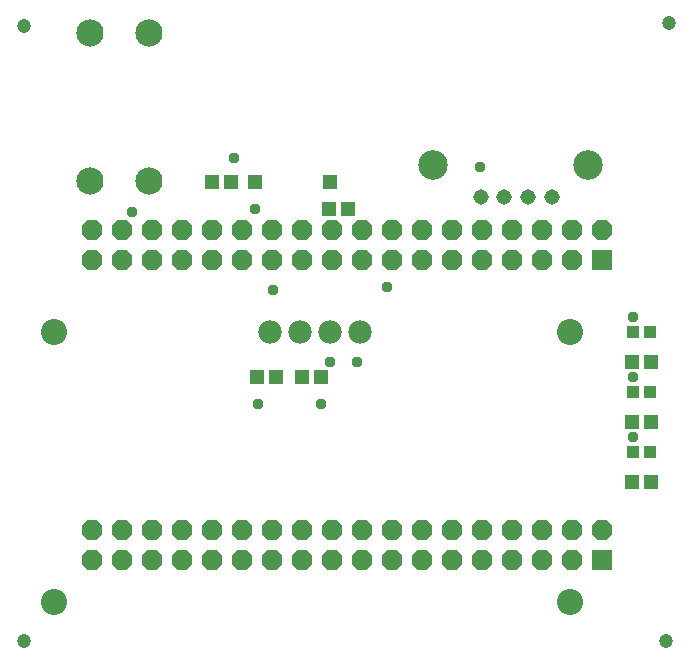
<source format=gbr>
G04 EAGLE Gerber RS-274X export*
G75*
%MOMM*%
%FSLAX34Y34*%
%LPD*%
%INSoldermask Top*%
%IPPOS*%
%AMOC8*
5,1,8,0,0,1.08239X$1,22.5*%
G01*
%ADD10C,1.203200*%
%ADD11C,1.981200*%
%ADD12C,2.203200*%
%ADD13C,2.303200*%
%ADD14R,1.003200X1.003200*%
%ADD15R,1.153159X1.234441*%
%ADD16R,1.727200X1.727200*%
%ADD17P,1.869504X8X202.500000*%
%ADD18C,1.311200*%
%ADD19C,2.503200*%
%ADD20R,1.311200X1.311200*%
%ADD21C,0.959600*%


D10*
X-1348740Y-2204720D03*
X-802640Y-2202180D03*
X-1348740Y-2725420D03*
X-805180Y-2725420D03*
D11*
X-1089660Y-2463800D03*
X-1140460Y-2463800D03*
X-1115060Y-2463800D03*
X-1064260Y-2463800D03*
D12*
X-1323340Y-2692400D03*
X-886460Y-2692400D03*
X-1323340Y-2463800D03*
X-886460Y-2463800D03*
D13*
X-1292460Y-2335800D03*
X-1242460Y-2335800D03*
X-1292460Y-2210800D03*
X-1242460Y-2210800D03*
D14*
X-833000Y-2565400D03*
X-818000Y-2565400D03*
D15*
X-1074039Y-2359660D03*
X-1090041Y-2359660D03*
D14*
X-833000Y-2463800D03*
X-818000Y-2463800D03*
X-833000Y-2514600D03*
X-818000Y-2514600D03*
D15*
X-833501Y-2489200D03*
X-817499Y-2489200D03*
X-833501Y-2540000D03*
X-817499Y-2540000D03*
X-833501Y-2590800D03*
X-817499Y-2590800D03*
X-1189101Y-2336800D03*
X-1173099Y-2336800D03*
X-1096899Y-2501900D03*
X-1112901Y-2501900D03*
X-1151001Y-2501900D03*
X-1134999Y-2501900D03*
D16*
X-859200Y-2657100D03*
D17*
X-859200Y-2631700D03*
X-884600Y-2657100D03*
X-884600Y-2631700D03*
X-910000Y-2657100D03*
X-910000Y-2631700D03*
X-935400Y-2657100D03*
X-935400Y-2631700D03*
X-960800Y-2657100D03*
X-960800Y-2631700D03*
X-986200Y-2657100D03*
X-986200Y-2631700D03*
X-1011600Y-2657100D03*
X-1011600Y-2631700D03*
X-1037000Y-2657100D03*
X-1037000Y-2631700D03*
X-1062400Y-2657100D03*
X-1062400Y-2631700D03*
X-1087800Y-2657100D03*
X-1087800Y-2631700D03*
X-1113200Y-2657100D03*
X-1113200Y-2631700D03*
X-1138600Y-2657100D03*
X-1138600Y-2631700D03*
X-1164000Y-2657100D03*
X-1164000Y-2631700D03*
X-1189400Y-2657100D03*
X-1189400Y-2631700D03*
X-1214800Y-2657100D03*
X-1214800Y-2631700D03*
X-1240200Y-2657100D03*
X-1240200Y-2631700D03*
X-1265600Y-2657100D03*
X-1265600Y-2631700D03*
X-1291000Y-2657100D03*
X-1291000Y-2631700D03*
D16*
X-859200Y-2403100D03*
D17*
X-859200Y-2377700D03*
X-884600Y-2403100D03*
X-884600Y-2377700D03*
X-910000Y-2403100D03*
X-910000Y-2377700D03*
X-935400Y-2403100D03*
X-935400Y-2377700D03*
X-960800Y-2403100D03*
X-960800Y-2377700D03*
X-986200Y-2403100D03*
X-986200Y-2377700D03*
X-1011600Y-2403100D03*
X-1011600Y-2377700D03*
X-1037000Y-2403100D03*
X-1037000Y-2377700D03*
X-1062400Y-2403100D03*
X-1062400Y-2377700D03*
X-1087800Y-2403100D03*
X-1087800Y-2377700D03*
X-1113200Y-2403100D03*
X-1113200Y-2377700D03*
X-1138600Y-2403100D03*
X-1138600Y-2377700D03*
X-1164000Y-2403100D03*
X-1164000Y-2377700D03*
X-1189400Y-2403100D03*
X-1189400Y-2377700D03*
X-1214800Y-2403100D03*
X-1214800Y-2377700D03*
X-1240200Y-2403100D03*
X-1240200Y-2377700D03*
X-1265600Y-2403100D03*
X-1265600Y-2377700D03*
X-1291000Y-2403100D03*
X-1291000Y-2377700D03*
D18*
X-901700Y-2349500D03*
X-921700Y-2349500D03*
X-941700Y-2349500D03*
X-961700Y-2349500D03*
D19*
X-871000Y-2322400D03*
X-1002400Y-2322400D03*
D20*
X-1153160Y-2336800D03*
X-1089660Y-2336800D03*
D21*
X-833120Y-2451100D03*
X-833120Y-2552700D03*
X-833120Y-2501900D03*
X-1089660Y-2489200D03*
X-962660Y-2324100D03*
X-1041400Y-2425700D03*
X-1153160Y-2359660D03*
X-1257300Y-2362200D03*
X-1066800Y-2489200D03*
X-1150620Y-2524760D03*
X-1097280Y-2524760D03*
X-1170940Y-2316480D03*
X-1137920Y-2428240D03*
M02*

</source>
